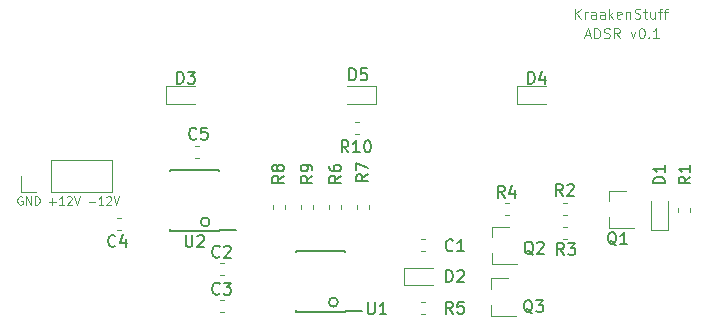
<source format=gbr>
G04 #@! TF.GenerationSoftware,KiCad,Pcbnew,(5.0.1)-4*
G04 #@! TF.CreationDate,2019-01-08T00:24:24+01:00*
G04 #@! TF.ProjectId,1U ADSR,315520414453522E6B696361645F7063,rev?*
G04 #@! TF.SameCoordinates,Original*
G04 #@! TF.FileFunction,Legend,Top*
G04 #@! TF.FilePolarity,Positive*
%FSLAX46Y46*%
G04 Gerber Fmt 4.6, Leading zero omitted, Abs format (unit mm)*
G04 Created by KiCad (PCBNEW (5.0.1)-4) date 01/08/19 00:24:24*
%MOMM*%
%LPD*%
G01*
G04 APERTURE LIST*
%ADD10C,0.120000*%
%ADD11C,0.200000*%
%ADD12C,0.150000*%
%ADD13C,0.100000*%
G04 APERTURE END LIST*
D10*
X72448333Y-35574666D02*
X72853095Y-35574666D01*
X72367380Y-35817523D02*
X72650714Y-34967523D01*
X72934047Y-35817523D01*
X73217380Y-35817523D02*
X73217380Y-34967523D01*
X73419761Y-34967523D01*
X73541190Y-35008000D01*
X73622142Y-35088952D01*
X73662619Y-35169904D01*
X73703095Y-35331809D01*
X73703095Y-35453238D01*
X73662619Y-35615142D01*
X73622142Y-35696095D01*
X73541190Y-35777047D01*
X73419761Y-35817523D01*
X73217380Y-35817523D01*
X74026904Y-35777047D02*
X74148333Y-35817523D01*
X74350714Y-35817523D01*
X74431666Y-35777047D01*
X74472142Y-35736571D01*
X74512619Y-35655619D01*
X74512619Y-35574666D01*
X74472142Y-35493714D01*
X74431666Y-35453238D01*
X74350714Y-35412761D01*
X74188809Y-35372285D01*
X74107857Y-35331809D01*
X74067380Y-35291333D01*
X74026904Y-35210380D01*
X74026904Y-35129428D01*
X74067380Y-35048476D01*
X74107857Y-35008000D01*
X74188809Y-34967523D01*
X74391190Y-34967523D01*
X74512619Y-35008000D01*
X75362619Y-35817523D02*
X75079285Y-35412761D01*
X74876904Y-35817523D02*
X74876904Y-34967523D01*
X75200714Y-34967523D01*
X75281666Y-35008000D01*
X75322142Y-35048476D01*
X75362619Y-35129428D01*
X75362619Y-35250857D01*
X75322142Y-35331809D01*
X75281666Y-35372285D01*
X75200714Y-35412761D01*
X74876904Y-35412761D01*
X76293571Y-35250857D02*
X76495952Y-35817523D01*
X76698333Y-35250857D01*
X77184047Y-34967523D02*
X77265000Y-34967523D01*
X77345952Y-35008000D01*
X77386428Y-35048476D01*
X77426904Y-35129428D01*
X77467380Y-35291333D01*
X77467380Y-35493714D01*
X77426904Y-35655619D01*
X77386428Y-35736571D01*
X77345952Y-35777047D01*
X77265000Y-35817523D01*
X77184047Y-35817523D01*
X77103095Y-35777047D01*
X77062619Y-35736571D01*
X77022142Y-35655619D01*
X76981666Y-35493714D01*
X76981666Y-35291333D01*
X77022142Y-35129428D01*
X77062619Y-35048476D01*
X77103095Y-35008000D01*
X77184047Y-34967523D01*
X77831666Y-35736571D02*
X77872142Y-35777047D01*
X77831666Y-35817523D01*
X77791190Y-35777047D01*
X77831666Y-35736571D01*
X77831666Y-35817523D01*
X78681666Y-35817523D02*
X78195952Y-35817523D01*
X78438809Y-35817523D02*
X78438809Y-34967523D01*
X78357857Y-35088952D01*
X78276904Y-35169904D01*
X78195952Y-35210380D01*
X71572523Y-34166523D02*
X71572523Y-33316523D01*
X72058238Y-34166523D02*
X71693952Y-33680809D01*
X72058238Y-33316523D02*
X71572523Y-33802238D01*
X72422523Y-34166523D02*
X72422523Y-33599857D01*
X72422523Y-33761761D02*
X72463000Y-33680809D01*
X72503476Y-33640333D01*
X72584428Y-33599857D01*
X72665380Y-33599857D01*
X73313000Y-34166523D02*
X73313000Y-33721285D01*
X73272523Y-33640333D01*
X73191571Y-33599857D01*
X73029666Y-33599857D01*
X72948714Y-33640333D01*
X73313000Y-34126047D02*
X73232047Y-34166523D01*
X73029666Y-34166523D01*
X72948714Y-34126047D01*
X72908238Y-34045095D01*
X72908238Y-33964142D01*
X72948714Y-33883190D01*
X73029666Y-33842714D01*
X73232047Y-33842714D01*
X73313000Y-33802238D01*
X74082047Y-34166523D02*
X74082047Y-33721285D01*
X74041571Y-33640333D01*
X73960619Y-33599857D01*
X73798714Y-33599857D01*
X73717761Y-33640333D01*
X74082047Y-34126047D02*
X74001095Y-34166523D01*
X73798714Y-34166523D01*
X73717761Y-34126047D01*
X73677285Y-34045095D01*
X73677285Y-33964142D01*
X73717761Y-33883190D01*
X73798714Y-33842714D01*
X74001095Y-33842714D01*
X74082047Y-33802238D01*
X74486809Y-34166523D02*
X74486809Y-33316523D01*
X74567761Y-33842714D02*
X74810619Y-34166523D01*
X74810619Y-33599857D02*
X74486809Y-33923666D01*
X75498714Y-34126047D02*
X75417761Y-34166523D01*
X75255857Y-34166523D01*
X75174904Y-34126047D01*
X75134428Y-34045095D01*
X75134428Y-33721285D01*
X75174904Y-33640333D01*
X75255857Y-33599857D01*
X75417761Y-33599857D01*
X75498714Y-33640333D01*
X75539190Y-33721285D01*
X75539190Y-33802238D01*
X75134428Y-33883190D01*
X75903476Y-33599857D02*
X75903476Y-34166523D01*
X75903476Y-33680809D02*
X75943952Y-33640333D01*
X76024904Y-33599857D01*
X76146333Y-33599857D01*
X76227285Y-33640333D01*
X76267761Y-33721285D01*
X76267761Y-34166523D01*
X76632047Y-34126047D02*
X76753476Y-34166523D01*
X76955857Y-34166523D01*
X77036809Y-34126047D01*
X77077285Y-34085571D01*
X77117761Y-34004619D01*
X77117761Y-33923666D01*
X77077285Y-33842714D01*
X77036809Y-33802238D01*
X76955857Y-33761761D01*
X76793952Y-33721285D01*
X76713000Y-33680809D01*
X76672523Y-33640333D01*
X76632047Y-33559380D01*
X76632047Y-33478428D01*
X76672523Y-33397476D01*
X76713000Y-33357000D01*
X76793952Y-33316523D01*
X76996333Y-33316523D01*
X77117761Y-33357000D01*
X77360619Y-33599857D02*
X77684428Y-33599857D01*
X77482047Y-33316523D02*
X77482047Y-34045095D01*
X77522523Y-34126047D01*
X77603476Y-34166523D01*
X77684428Y-34166523D01*
X78332047Y-33599857D02*
X78332047Y-34166523D01*
X77967761Y-33599857D02*
X77967761Y-34045095D01*
X78008238Y-34126047D01*
X78089190Y-34166523D01*
X78210619Y-34166523D01*
X78291571Y-34126047D01*
X78332047Y-34085571D01*
X78615380Y-33599857D02*
X78939190Y-33599857D01*
X78736809Y-34166523D02*
X78736809Y-33437952D01*
X78777285Y-33357000D01*
X78858238Y-33316523D01*
X78939190Y-33316523D01*
X79101095Y-33599857D02*
X79424904Y-33599857D01*
X79222523Y-34166523D02*
X79222523Y-33437952D01*
X79263000Y-33357000D01*
X79343952Y-33316523D01*
X79424904Y-33316523D01*
D11*
X40640000Y-51371500D02*
G75*
G03X40640000Y-51371500I-381000J0D01*
G01*
X51498500Y-58166000D02*
G75*
G03X51498500Y-58166000I-381000J0D01*
G01*
D10*
G04 #@! TO.C,C1*
X58568733Y-52830000D02*
X58911267Y-52830000D01*
X58568733Y-53850000D02*
X58911267Y-53850000D01*
G04 #@! TO.C,C2*
X41484733Y-54862000D02*
X41827267Y-54862000D01*
X41484733Y-55882000D02*
X41827267Y-55882000D01*
G04 #@! TO.C,C3*
X41484733Y-59014000D02*
X41827267Y-59014000D01*
X41484733Y-57994000D02*
X41827267Y-57994000D01*
G04 #@! TO.C,C4*
X32782733Y-51052000D02*
X33125267Y-51052000D01*
X32782733Y-52072000D02*
X33125267Y-52072000D01*
G04 #@! TO.C,C5*
X39774067Y-44956000D02*
X39431533Y-44956000D01*
X39774067Y-45976000D02*
X39431533Y-45976000D01*
G04 #@! TO.C,D1*
X78005000Y-49580000D02*
X78005000Y-52040000D01*
X78005000Y-52040000D02*
X79475000Y-52040000D01*
X79475000Y-52040000D02*
X79475000Y-49580000D01*
G04 #@! TO.C,D2*
X59540000Y-55239500D02*
X57080000Y-55239500D01*
X57080000Y-55239500D02*
X57080000Y-56709500D01*
X57080000Y-56709500D02*
X59540000Y-56709500D01*
G04 #@! TO.C,D3*
X36948000Y-41375000D02*
X39408000Y-41375000D01*
X36948000Y-39905000D02*
X36948000Y-41375000D01*
X39408000Y-39905000D02*
X36948000Y-39905000D01*
G04 #@! TO.C,D4*
X66666000Y-41375000D02*
X69126000Y-41375000D01*
X66666000Y-39905000D02*
X66666000Y-41375000D01*
X69126000Y-39905000D02*
X66666000Y-39905000D01*
G04 #@! TO.C,D5*
X52286000Y-41375000D02*
X54746000Y-41375000D01*
X54746000Y-41375000D02*
X54746000Y-39905000D01*
X54746000Y-39905000D02*
X52286000Y-39905000D01*
G04 #@! TO.C,GND +12V -12V*
X32381500Y-48828000D02*
X32381500Y-46168000D01*
X27241500Y-48828000D02*
X32381500Y-48828000D01*
X27241500Y-46168000D02*
X32381500Y-46168000D01*
X27241500Y-48828000D02*
X27241500Y-46168000D01*
X25971500Y-48828000D02*
X24641500Y-48828000D01*
X24641500Y-48828000D02*
X24641500Y-47498000D01*
G04 #@! TO.C,Q1*
X74424000Y-48712000D02*
X74424000Y-49642000D01*
X74424000Y-51872000D02*
X74424000Y-50942000D01*
X74424000Y-51872000D02*
X76584000Y-51872000D01*
X74424000Y-48712000D02*
X75884000Y-48712000D01*
G04 #@! TO.C,Q2*
X64518000Y-51760000D02*
X64518000Y-52690000D01*
X64518000Y-54920000D02*
X64518000Y-53990000D01*
X64518000Y-54920000D02*
X66678000Y-54920000D01*
X64518000Y-51760000D02*
X65978000Y-51760000D01*
G04 #@! TO.C,Q3*
X64434000Y-56141500D02*
X65894000Y-56141500D01*
X64434000Y-59301500D02*
X66594000Y-59301500D01*
X64434000Y-59301500D02*
X64434000Y-58371500D01*
X64434000Y-56141500D02*
X64434000Y-57071500D01*
G04 #@! TO.C,R1*
X81282000Y-50204733D02*
X81282000Y-50547267D01*
X80262000Y-50204733D02*
X80262000Y-50547267D01*
G04 #@! TO.C,R2*
X70867267Y-49782000D02*
X70524733Y-49782000D01*
X70867267Y-50802000D02*
X70524733Y-50802000D01*
G04 #@! TO.C,R3*
X70524733Y-51814000D02*
X70867267Y-51814000D01*
X70524733Y-52834000D02*
X70867267Y-52834000D01*
G04 #@! TO.C,R4*
X65614733Y-50802000D02*
X65957267Y-50802000D01*
X65614733Y-49782000D02*
X65957267Y-49782000D01*
G04 #@! TO.C,R5*
X58906267Y-59184000D02*
X58563733Y-59184000D01*
X58906267Y-58164000D02*
X58563733Y-58164000D01*
G04 #@! TO.C,R6*
X51733332Y-50262266D02*
X51733332Y-49919732D01*
X50713332Y-50262266D02*
X50713332Y-49919732D01*
G04 #@! TO.C,R7*
X53084000Y-49929732D02*
X53084000Y-50272266D01*
X54104000Y-49929732D02*
X54104000Y-50272266D01*
G04 #@! TO.C,R8*
X46992000Y-49929732D02*
X46992000Y-50272266D01*
X45972000Y-49929732D02*
X45972000Y-50272266D01*
G04 #@! TO.C,R9*
X48342666Y-50262266D02*
X48342666Y-49919732D01*
X49362666Y-50262266D02*
X49362666Y-49919732D01*
G04 #@! TO.C,R10*
X52919733Y-43944000D02*
X53262267Y-43944000D01*
X52919733Y-42924000D02*
X53262267Y-42924000D01*
D12*
G04 #@! TO.C,U1*
X52113000Y-58963000D02*
X52113000Y-58913000D01*
X47963000Y-58963000D02*
X47963000Y-58818000D01*
X47963000Y-53813000D02*
X47963000Y-53958000D01*
X52113000Y-53813000D02*
X52113000Y-53958000D01*
X52113000Y-58963000D02*
X47963000Y-58963000D01*
X52113000Y-53813000D02*
X47963000Y-53813000D01*
X52113000Y-58913000D02*
X53513000Y-58913000D01*
G04 #@! TO.C,U2*
X41445000Y-52055000D02*
X42845000Y-52055000D01*
X41445000Y-46955000D02*
X37295000Y-46955000D01*
X41445000Y-52105000D02*
X37295000Y-52105000D01*
X41445000Y-46955000D02*
X41445000Y-47100000D01*
X37295000Y-46955000D02*
X37295000Y-47100000D01*
X37295000Y-52105000D02*
X37295000Y-51960000D01*
X41445000Y-52105000D02*
X41445000Y-52055000D01*
G04 #@! TO.C,C1*
X61237833Y-53760642D02*
X61190214Y-53808261D01*
X61047357Y-53855880D01*
X60952119Y-53855880D01*
X60809261Y-53808261D01*
X60714023Y-53713023D01*
X60666404Y-53617785D01*
X60618785Y-53427309D01*
X60618785Y-53284452D01*
X60666404Y-53093976D01*
X60714023Y-52998738D01*
X60809261Y-52903500D01*
X60952119Y-52855880D01*
X61047357Y-52855880D01*
X61190214Y-52903500D01*
X61237833Y-52951119D01*
X62190214Y-53855880D02*
X61618785Y-53855880D01*
X61904500Y-53855880D02*
X61904500Y-52855880D01*
X61809261Y-52998738D01*
X61714023Y-53093976D01*
X61618785Y-53141595D01*
G04 #@! TO.C,C2*
X41489333Y-54299142D02*
X41441714Y-54346761D01*
X41298857Y-54394380D01*
X41203619Y-54394380D01*
X41060761Y-54346761D01*
X40965523Y-54251523D01*
X40917904Y-54156285D01*
X40870285Y-53965809D01*
X40870285Y-53822952D01*
X40917904Y-53632476D01*
X40965523Y-53537238D01*
X41060761Y-53442000D01*
X41203619Y-53394380D01*
X41298857Y-53394380D01*
X41441714Y-53442000D01*
X41489333Y-53489619D01*
X41870285Y-53489619D02*
X41917904Y-53442000D01*
X42013142Y-53394380D01*
X42251238Y-53394380D01*
X42346476Y-53442000D01*
X42394095Y-53489619D01*
X42441714Y-53584857D01*
X42441714Y-53680095D01*
X42394095Y-53822952D01*
X41822666Y-54394380D01*
X42441714Y-54394380D01*
G04 #@! TO.C,C3*
X41489333Y-57431142D02*
X41441714Y-57478761D01*
X41298857Y-57526380D01*
X41203619Y-57526380D01*
X41060761Y-57478761D01*
X40965523Y-57383523D01*
X40917904Y-57288285D01*
X40870285Y-57097809D01*
X40870285Y-56954952D01*
X40917904Y-56764476D01*
X40965523Y-56669238D01*
X41060761Y-56574000D01*
X41203619Y-56526380D01*
X41298857Y-56526380D01*
X41441714Y-56574000D01*
X41489333Y-56621619D01*
X41822666Y-56526380D02*
X42441714Y-56526380D01*
X42108380Y-56907333D01*
X42251238Y-56907333D01*
X42346476Y-56954952D01*
X42394095Y-57002571D01*
X42441714Y-57097809D01*
X42441714Y-57335904D01*
X42394095Y-57431142D01*
X42346476Y-57478761D01*
X42251238Y-57526380D01*
X41965523Y-57526380D01*
X41870285Y-57478761D01*
X41822666Y-57431142D01*
G04 #@! TO.C,C4*
X32662833Y-53379642D02*
X32615214Y-53427261D01*
X32472357Y-53474880D01*
X32377119Y-53474880D01*
X32234261Y-53427261D01*
X32139023Y-53332023D01*
X32091404Y-53236785D01*
X32043785Y-53046309D01*
X32043785Y-52903452D01*
X32091404Y-52712976D01*
X32139023Y-52617738D01*
X32234261Y-52522500D01*
X32377119Y-52474880D01*
X32472357Y-52474880D01*
X32615214Y-52522500D01*
X32662833Y-52570119D01*
X33519976Y-52808214D02*
X33519976Y-53474880D01*
X33281880Y-52427261D02*
X33043785Y-53141547D01*
X33662833Y-53141547D01*
G04 #@! TO.C,C5*
X39520833Y-44299142D02*
X39473214Y-44346761D01*
X39330357Y-44394380D01*
X39235119Y-44394380D01*
X39092261Y-44346761D01*
X38997023Y-44251523D01*
X38949404Y-44156285D01*
X38901785Y-43965809D01*
X38901785Y-43822952D01*
X38949404Y-43632476D01*
X38997023Y-43537238D01*
X39092261Y-43442000D01*
X39235119Y-43394380D01*
X39330357Y-43394380D01*
X39473214Y-43442000D01*
X39520833Y-43489619D01*
X40425595Y-43394380D02*
X39949404Y-43394380D01*
X39901785Y-43870571D01*
X39949404Y-43822952D01*
X40044642Y-43775333D01*
X40282738Y-43775333D01*
X40377976Y-43822952D01*
X40425595Y-43870571D01*
X40473214Y-43965809D01*
X40473214Y-44203904D01*
X40425595Y-44299142D01*
X40377976Y-44346761D01*
X40282738Y-44394380D01*
X40044642Y-44394380D01*
X39949404Y-44346761D01*
X39901785Y-44299142D01*
G04 #@! TO.C,D1*
X79192380Y-48109095D02*
X78192380Y-48109095D01*
X78192380Y-47871000D01*
X78240000Y-47728142D01*
X78335238Y-47632904D01*
X78430476Y-47585285D01*
X78620952Y-47537666D01*
X78763809Y-47537666D01*
X78954285Y-47585285D01*
X79049523Y-47632904D01*
X79144761Y-47728142D01*
X79192380Y-47871000D01*
X79192380Y-48109095D01*
X79192380Y-46585285D02*
X79192380Y-47156714D01*
X79192380Y-46871000D02*
X78192380Y-46871000D01*
X78335238Y-46966238D01*
X78430476Y-47061476D01*
X78478095Y-47156714D01*
G04 #@! TO.C,D2*
X60666404Y-56459380D02*
X60666404Y-55459380D01*
X60904500Y-55459380D01*
X61047357Y-55507000D01*
X61142595Y-55602238D01*
X61190214Y-55697476D01*
X61237833Y-55887952D01*
X61237833Y-56030809D01*
X61190214Y-56221285D01*
X61142595Y-56316523D01*
X61047357Y-56411761D01*
X60904500Y-56459380D01*
X60666404Y-56459380D01*
X61618785Y-55554619D02*
X61666404Y-55507000D01*
X61761642Y-55459380D01*
X61999738Y-55459380D01*
X62094976Y-55507000D01*
X62142595Y-55554619D01*
X62190214Y-55649857D01*
X62190214Y-55745095D01*
X62142595Y-55887952D01*
X61571166Y-56459380D01*
X62190214Y-56459380D01*
G04 #@! TO.C,D3*
X37869904Y-39662380D02*
X37869904Y-38662380D01*
X38108000Y-38662380D01*
X38250857Y-38710000D01*
X38346095Y-38805238D01*
X38393714Y-38900476D01*
X38441333Y-39090952D01*
X38441333Y-39233809D01*
X38393714Y-39424285D01*
X38346095Y-39519523D01*
X38250857Y-39614761D01*
X38108000Y-39662380D01*
X37869904Y-39662380D01*
X38774666Y-38662380D02*
X39393714Y-38662380D01*
X39060380Y-39043333D01*
X39203238Y-39043333D01*
X39298476Y-39090952D01*
X39346095Y-39138571D01*
X39393714Y-39233809D01*
X39393714Y-39471904D01*
X39346095Y-39567142D01*
X39298476Y-39614761D01*
X39203238Y-39662380D01*
X38917523Y-39662380D01*
X38822285Y-39614761D01*
X38774666Y-39567142D01*
G04 #@! TO.C,D4*
X67587904Y-39662380D02*
X67587904Y-38662380D01*
X67826000Y-38662380D01*
X67968857Y-38710000D01*
X68064095Y-38805238D01*
X68111714Y-38900476D01*
X68159333Y-39090952D01*
X68159333Y-39233809D01*
X68111714Y-39424285D01*
X68064095Y-39519523D01*
X67968857Y-39614761D01*
X67826000Y-39662380D01*
X67587904Y-39662380D01*
X69016476Y-38995714D02*
X69016476Y-39662380D01*
X68778380Y-38614761D02*
X68540285Y-39329047D01*
X69159333Y-39329047D01*
G04 #@! TO.C,D5*
X52474904Y-39377880D02*
X52474904Y-38377880D01*
X52713000Y-38377880D01*
X52855857Y-38425500D01*
X52951095Y-38520738D01*
X52998714Y-38615976D01*
X53046333Y-38806452D01*
X53046333Y-38949309D01*
X52998714Y-39139785D01*
X52951095Y-39235023D01*
X52855857Y-39330261D01*
X52713000Y-39377880D01*
X52474904Y-39377880D01*
X53951095Y-38377880D02*
X53474904Y-38377880D01*
X53427285Y-38854071D01*
X53474904Y-38806452D01*
X53570142Y-38758833D01*
X53808238Y-38758833D01*
X53903476Y-38806452D01*
X53951095Y-38854071D01*
X53998714Y-38949309D01*
X53998714Y-39187404D01*
X53951095Y-39282642D01*
X53903476Y-39330261D01*
X53808238Y-39377880D01*
X53570142Y-39377880D01*
X53474904Y-39330261D01*
X53427285Y-39282642D01*
G04 #@! TO.C,GND +12V -12V*
D13*
X24771833Y-49243500D02*
X24705166Y-49210166D01*
X24605166Y-49210166D01*
X24505166Y-49243500D01*
X24438500Y-49310166D01*
X24405166Y-49376833D01*
X24371833Y-49510166D01*
X24371833Y-49610166D01*
X24405166Y-49743500D01*
X24438500Y-49810166D01*
X24505166Y-49876833D01*
X24605166Y-49910166D01*
X24671833Y-49910166D01*
X24771833Y-49876833D01*
X24805166Y-49843500D01*
X24805166Y-49610166D01*
X24671833Y-49610166D01*
X25105166Y-49910166D02*
X25105166Y-49210166D01*
X25505166Y-49910166D01*
X25505166Y-49210166D01*
X25838500Y-49910166D02*
X25838500Y-49210166D01*
X26005166Y-49210166D01*
X26105166Y-49243500D01*
X26171833Y-49310166D01*
X26205166Y-49376833D01*
X26238500Y-49510166D01*
X26238500Y-49610166D01*
X26205166Y-49743500D01*
X26171833Y-49810166D01*
X26105166Y-49876833D01*
X26005166Y-49910166D01*
X25838500Y-49910166D01*
X27071833Y-49643500D02*
X27605166Y-49643500D01*
X27338500Y-49910166D02*
X27338500Y-49376833D01*
X28305166Y-49910166D02*
X27905166Y-49910166D01*
X28105166Y-49910166D02*
X28105166Y-49210166D01*
X28038500Y-49310166D01*
X27971833Y-49376833D01*
X27905166Y-49410166D01*
X28571833Y-49276833D02*
X28605166Y-49243500D01*
X28671833Y-49210166D01*
X28838500Y-49210166D01*
X28905166Y-49243500D01*
X28938500Y-49276833D01*
X28971833Y-49343500D01*
X28971833Y-49410166D01*
X28938500Y-49510166D01*
X28538500Y-49910166D01*
X28971833Y-49910166D01*
X29171833Y-49210166D02*
X29405166Y-49910166D01*
X29638500Y-49210166D01*
X30405166Y-49643500D02*
X30938500Y-49643500D01*
X31638500Y-49910166D02*
X31238500Y-49910166D01*
X31438500Y-49910166D02*
X31438500Y-49210166D01*
X31371833Y-49310166D01*
X31305166Y-49376833D01*
X31238500Y-49410166D01*
X31905166Y-49276833D02*
X31938500Y-49243500D01*
X32005166Y-49210166D01*
X32171833Y-49210166D01*
X32238500Y-49243500D01*
X32271833Y-49276833D01*
X32305166Y-49343500D01*
X32305166Y-49410166D01*
X32271833Y-49510166D01*
X31871833Y-49910166D01*
X32305166Y-49910166D01*
X32505166Y-49210166D02*
X32738500Y-49910166D01*
X32971833Y-49210166D01*
G04 #@! TO.C,Q1*
D12*
X75088761Y-53339619D02*
X74993523Y-53292000D01*
X74898285Y-53196761D01*
X74755428Y-53053904D01*
X74660190Y-53006285D01*
X74564952Y-53006285D01*
X74612571Y-53244380D02*
X74517333Y-53196761D01*
X74422095Y-53101523D01*
X74374476Y-52911047D01*
X74374476Y-52577714D01*
X74422095Y-52387238D01*
X74517333Y-52292000D01*
X74612571Y-52244380D01*
X74803047Y-52244380D01*
X74898285Y-52292000D01*
X74993523Y-52387238D01*
X75041142Y-52577714D01*
X75041142Y-52911047D01*
X74993523Y-53101523D01*
X74898285Y-53196761D01*
X74803047Y-53244380D01*
X74612571Y-53244380D01*
X75993523Y-53244380D02*
X75422095Y-53244380D01*
X75707809Y-53244380D02*
X75707809Y-52244380D01*
X75612571Y-52387238D01*
X75517333Y-52482476D01*
X75422095Y-52530095D01*
G04 #@! TO.C,Q2*
X68040261Y-54141619D02*
X67945023Y-54094000D01*
X67849785Y-53998761D01*
X67706928Y-53855904D01*
X67611690Y-53808285D01*
X67516452Y-53808285D01*
X67564071Y-54046380D02*
X67468833Y-53998761D01*
X67373595Y-53903523D01*
X67325976Y-53713047D01*
X67325976Y-53379714D01*
X67373595Y-53189238D01*
X67468833Y-53094000D01*
X67564071Y-53046380D01*
X67754547Y-53046380D01*
X67849785Y-53094000D01*
X67945023Y-53189238D01*
X67992642Y-53379714D01*
X67992642Y-53713047D01*
X67945023Y-53903523D01*
X67849785Y-53998761D01*
X67754547Y-54046380D01*
X67564071Y-54046380D01*
X68373595Y-53141619D02*
X68421214Y-53094000D01*
X68516452Y-53046380D01*
X68754547Y-53046380D01*
X68849785Y-53094000D01*
X68897404Y-53141619D01*
X68945023Y-53236857D01*
X68945023Y-53332095D01*
X68897404Y-53474952D01*
X68325976Y-54046380D01*
X68945023Y-54046380D01*
G04 #@! TO.C,Q3*
X67976761Y-59094619D02*
X67881523Y-59047000D01*
X67786285Y-58951761D01*
X67643428Y-58808904D01*
X67548190Y-58761285D01*
X67452952Y-58761285D01*
X67500571Y-58999380D02*
X67405333Y-58951761D01*
X67310095Y-58856523D01*
X67262476Y-58666047D01*
X67262476Y-58332714D01*
X67310095Y-58142238D01*
X67405333Y-58047000D01*
X67500571Y-57999380D01*
X67691047Y-57999380D01*
X67786285Y-58047000D01*
X67881523Y-58142238D01*
X67929142Y-58332714D01*
X67929142Y-58666047D01*
X67881523Y-58856523D01*
X67786285Y-58951761D01*
X67691047Y-58999380D01*
X67500571Y-58999380D01*
X68262476Y-57999380D02*
X68881523Y-57999380D01*
X68548190Y-58380333D01*
X68691047Y-58380333D01*
X68786285Y-58427952D01*
X68833904Y-58475571D01*
X68881523Y-58570809D01*
X68881523Y-58808904D01*
X68833904Y-58904142D01*
X68786285Y-58951761D01*
X68691047Y-58999380D01*
X68405333Y-58999380D01*
X68310095Y-58951761D01*
X68262476Y-58904142D01*
G04 #@! TO.C,R1*
X81351380Y-47537666D02*
X80875190Y-47871000D01*
X81351380Y-48109095D02*
X80351380Y-48109095D01*
X80351380Y-47728142D01*
X80399000Y-47632904D01*
X80446619Y-47585285D01*
X80541857Y-47537666D01*
X80684714Y-47537666D01*
X80779952Y-47585285D01*
X80827571Y-47632904D01*
X80875190Y-47728142D01*
X80875190Y-48109095D01*
X81351380Y-46585285D02*
X81351380Y-47156714D01*
X81351380Y-46871000D02*
X80351380Y-46871000D01*
X80494238Y-46966238D01*
X80589476Y-47061476D01*
X80637095Y-47156714D01*
G04 #@! TO.C,R2*
X70529333Y-49156880D02*
X70196000Y-48680690D01*
X69957904Y-49156880D02*
X69957904Y-48156880D01*
X70338857Y-48156880D01*
X70434095Y-48204500D01*
X70481714Y-48252119D01*
X70529333Y-48347357D01*
X70529333Y-48490214D01*
X70481714Y-48585452D01*
X70434095Y-48633071D01*
X70338857Y-48680690D01*
X69957904Y-48680690D01*
X70910285Y-48252119D02*
X70957904Y-48204500D01*
X71053142Y-48156880D01*
X71291238Y-48156880D01*
X71386476Y-48204500D01*
X71434095Y-48252119D01*
X71481714Y-48347357D01*
X71481714Y-48442595D01*
X71434095Y-48585452D01*
X70862666Y-49156880D01*
X71481714Y-49156880D01*
G04 #@! TO.C,R3*
X70635833Y-54173380D02*
X70302500Y-53697190D01*
X70064404Y-54173380D02*
X70064404Y-53173380D01*
X70445357Y-53173380D01*
X70540595Y-53221000D01*
X70588214Y-53268619D01*
X70635833Y-53363857D01*
X70635833Y-53506714D01*
X70588214Y-53601952D01*
X70540595Y-53649571D01*
X70445357Y-53697190D01*
X70064404Y-53697190D01*
X70969166Y-53173380D02*
X71588214Y-53173380D01*
X71254880Y-53554333D01*
X71397738Y-53554333D01*
X71492976Y-53601952D01*
X71540595Y-53649571D01*
X71588214Y-53744809D01*
X71588214Y-53982904D01*
X71540595Y-54078142D01*
X71492976Y-54125761D01*
X71397738Y-54173380D01*
X71112023Y-54173380D01*
X71016785Y-54125761D01*
X70969166Y-54078142D01*
G04 #@! TO.C,R4*
X65619333Y-49314380D02*
X65286000Y-48838190D01*
X65047904Y-49314380D02*
X65047904Y-48314380D01*
X65428857Y-48314380D01*
X65524095Y-48362000D01*
X65571714Y-48409619D01*
X65619333Y-48504857D01*
X65619333Y-48647714D01*
X65571714Y-48742952D01*
X65524095Y-48790571D01*
X65428857Y-48838190D01*
X65047904Y-48838190D01*
X66476476Y-48647714D02*
X66476476Y-49314380D01*
X66238380Y-48266761D02*
X66000285Y-48981047D01*
X66619333Y-48981047D01*
G04 #@! TO.C,R5*
X61237833Y-59126380D02*
X60904500Y-58650190D01*
X60666404Y-59126380D02*
X60666404Y-58126380D01*
X61047357Y-58126380D01*
X61142595Y-58174000D01*
X61190214Y-58221619D01*
X61237833Y-58316857D01*
X61237833Y-58459714D01*
X61190214Y-58554952D01*
X61142595Y-58602571D01*
X61047357Y-58650190D01*
X60666404Y-58650190D01*
X62142595Y-58126380D02*
X61666404Y-58126380D01*
X61618785Y-58602571D01*
X61666404Y-58554952D01*
X61761642Y-58507333D01*
X61999738Y-58507333D01*
X62094976Y-58554952D01*
X62142595Y-58602571D01*
X62190214Y-58697809D01*
X62190214Y-58935904D01*
X62142595Y-59031142D01*
X62094976Y-59078761D01*
X61999738Y-59126380D01*
X61761642Y-59126380D01*
X61666404Y-59078761D01*
X61618785Y-59031142D01*
G04 #@! TO.C,R6*
X51760380Y-47474166D02*
X51284190Y-47807500D01*
X51760380Y-48045595D02*
X50760380Y-48045595D01*
X50760380Y-47664642D01*
X50808000Y-47569404D01*
X50855619Y-47521785D01*
X50950857Y-47474166D01*
X51093714Y-47474166D01*
X51188952Y-47521785D01*
X51236571Y-47569404D01*
X51284190Y-47664642D01*
X51284190Y-48045595D01*
X50760380Y-46617023D02*
X50760380Y-46807500D01*
X50808000Y-46902738D01*
X50855619Y-46950357D01*
X50998476Y-47045595D01*
X51188952Y-47093214D01*
X51569904Y-47093214D01*
X51665142Y-47045595D01*
X51712761Y-46997976D01*
X51760380Y-46902738D01*
X51760380Y-46712261D01*
X51712761Y-46617023D01*
X51665142Y-46569404D01*
X51569904Y-46521785D01*
X51331809Y-46521785D01*
X51236571Y-46569404D01*
X51188952Y-46617023D01*
X51141333Y-46712261D01*
X51141333Y-46902738D01*
X51188952Y-46997976D01*
X51236571Y-47045595D01*
X51331809Y-47093214D01*
G04 #@! TO.C,R7*
X54046380Y-47347166D02*
X53570190Y-47680500D01*
X54046380Y-47918595D02*
X53046380Y-47918595D01*
X53046380Y-47537642D01*
X53094000Y-47442404D01*
X53141619Y-47394785D01*
X53236857Y-47347166D01*
X53379714Y-47347166D01*
X53474952Y-47394785D01*
X53522571Y-47442404D01*
X53570190Y-47537642D01*
X53570190Y-47918595D01*
X53046380Y-47013833D02*
X53046380Y-46347166D01*
X54046380Y-46775738D01*
G04 #@! TO.C,R8*
X46934380Y-47474166D02*
X46458190Y-47807500D01*
X46934380Y-48045595D02*
X45934380Y-48045595D01*
X45934380Y-47664642D01*
X45982000Y-47569404D01*
X46029619Y-47521785D01*
X46124857Y-47474166D01*
X46267714Y-47474166D01*
X46362952Y-47521785D01*
X46410571Y-47569404D01*
X46458190Y-47664642D01*
X46458190Y-48045595D01*
X46362952Y-46902738D02*
X46315333Y-46997976D01*
X46267714Y-47045595D01*
X46172476Y-47093214D01*
X46124857Y-47093214D01*
X46029619Y-47045595D01*
X45982000Y-46997976D01*
X45934380Y-46902738D01*
X45934380Y-46712261D01*
X45982000Y-46617023D01*
X46029619Y-46569404D01*
X46124857Y-46521785D01*
X46172476Y-46521785D01*
X46267714Y-46569404D01*
X46315333Y-46617023D01*
X46362952Y-46712261D01*
X46362952Y-46902738D01*
X46410571Y-46997976D01*
X46458190Y-47045595D01*
X46553428Y-47093214D01*
X46743904Y-47093214D01*
X46839142Y-47045595D01*
X46886761Y-46997976D01*
X46934380Y-46902738D01*
X46934380Y-46712261D01*
X46886761Y-46617023D01*
X46839142Y-46569404D01*
X46743904Y-46521785D01*
X46553428Y-46521785D01*
X46458190Y-46569404D01*
X46410571Y-46617023D01*
X46362952Y-46712261D01*
G04 #@! TO.C,R9*
X49347380Y-47474166D02*
X48871190Y-47807500D01*
X49347380Y-48045595D02*
X48347380Y-48045595D01*
X48347380Y-47664642D01*
X48395000Y-47569404D01*
X48442619Y-47521785D01*
X48537857Y-47474166D01*
X48680714Y-47474166D01*
X48775952Y-47521785D01*
X48823571Y-47569404D01*
X48871190Y-47664642D01*
X48871190Y-48045595D01*
X49347380Y-46997976D02*
X49347380Y-46807500D01*
X49299761Y-46712261D01*
X49252142Y-46664642D01*
X49109285Y-46569404D01*
X48918809Y-46521785D01*
X48537857Y-46521785D01*
X48442619Y-46569404D01*
X48395000Y-46617023D01*
X48347380Y-46712261D01*
X48347380Y-46902738D01*
X48395000Y-46997976D01*
X48442619Y-47045595D01*
X48537857Y-47093214D01*
X48775952Y-47093214D01*
X48871190Y-47045595D01*
X48918809Y-46997976D01*
X48966428Y-46902738D01*
X48966428Y-46712261D01*
X48918809Y-46617023D01*
X48871190Y-46569404D01*
X48775952Y-46521785D01*
G04 #@! TO.C,R10*
X52379642Y-45473880D02*
X52046309Y-44997690D01*
X51808214Y-45473880D02*
X51808214Y-44473880D01*
X52189166Y-44473880D01*
X52284404Y-44521500D01*
X52332023Y-44569119D01*
X52379642Y-44664357D01*
X52379642Y-44807214D01*
X52332023Y-44902452D01*
X52284404Y-44950071D01*
X52189166Y-44997690D01*
X51808214Y-44997690D01*
X53332023Y-45473880D02*
X52760595Y-45473880D01*
X53046309Y-45473880D02*
X53046309Y-44473880D01*
X52951071Y-44616738D01*
X52855833Y-44711976D01*
X52760595Y-44759595D01*
X53951071Y-44473880D02*
X54046309Y-44473880D01*
X54141547Y-44521500D01*
X54189166Y-44569119D01*
X54236785Y-44664357D01*
X54284404Y-44854833D01*
X54284404Y-45092928D01*
X54236785Y-45283404D01*
X54189166Y-45378642D01*
X54141547Y-45426261D01*
X54046309Y-45473880D01*
X53951071Y-45473880D01*
X53855833Y-45426261D01*
X53808214Y-45378642D01*
X53760595Y-45283404D01*
X53712976Y-45092928D01*
X53712976Y-44854833D01*
X53760595Y-44664357D01*
X53808214Y-44569119D01*
X53855833Y-44521500D01*
X53951071Y-44473880D01*
G04 #@! TO.C,U1*
X54038595Y-58189880D02*
X54038595Y-58999404D01*
X54086214Y-59094642D01*
X54133833Y-59142261D01*
X54229071Y-59189880D01*
X54419547Y-59189880D01*
X54514785Y-59142261D01*
X54562404Y-59094642D01*
X54610023Y-58999404D01*
X54610023Y-58189880D01*
X55610023Y-59189880D02*
X55038595Y-59189880D01*
X55324309Y-59189880D02*
X55324309Y-58189880D01*
X55229071Y-58332738D01*
X55133833Y-58427976D01*
X55038595Y-58475595D01*
G04 #@! TO.C,U2*
X38608095Y-52482380D02*
X38608095Y-53291904D01*
X38655714Y-53387142D01*
X38703333Y-53434761D01*
X38798571Y-53482380D01*
X38989047Y-53482380D01*
X39084285Y-53434761D01*
X39131904Y-53387142D01*
X39179523Y-53291904D01*
X39179523Y-52482380D01*
X39608095Y-52577619D02*
X39655714Y-52530000D01*
X39750952Y-52482380D01*
X39989047Y-52482380D01*
X40084285Y-52530000D01*
X40131904Y-52577619D01*
X40179523Y-52672857D01*
X40179523Y-52768095D01*
X40131904Y-52910952D01*
X39560476Y-53482380D01*
X40179523Y-53482380D01*
G04 #@! TD*
M02*

</source>
